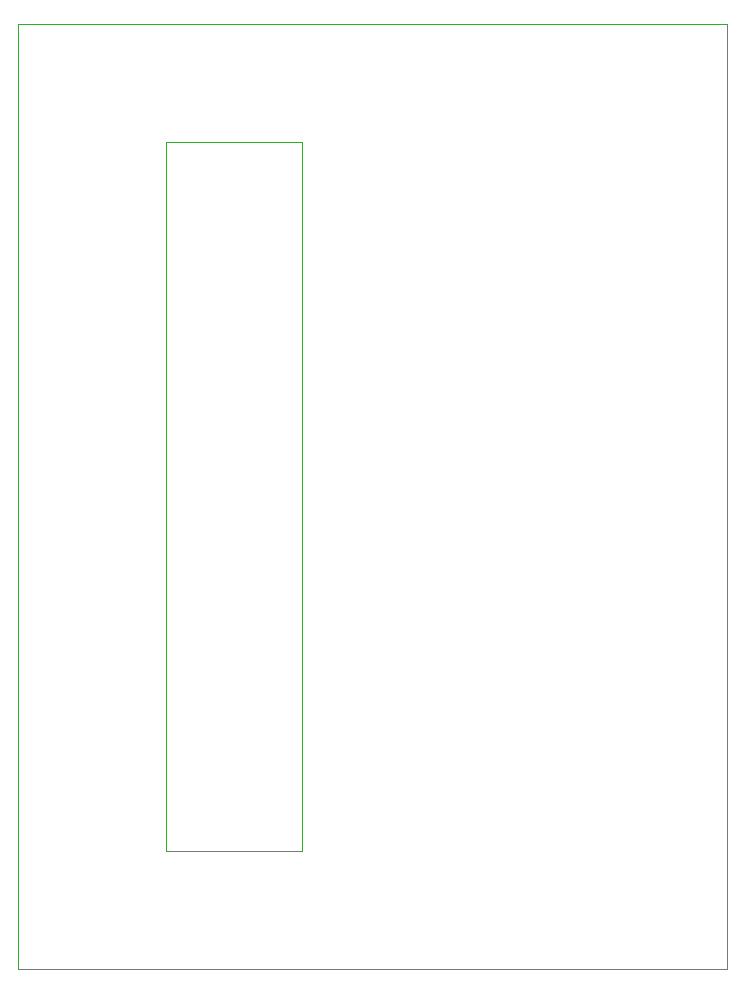
<source format=gbr>
%TF.GenerationSoftware,KiCad,Pcbnew,8.0.8*%
%TF.CreationDate,2025-04-07T16:00:04+02:00*%
%TF.ProjectId,tv25-tbar,74763235-2d74-4626-9172-2e6b69636164,rev?*%
%TF.SameCoordinates,Original*%
%TF.FileFunction,Profile,NP*%
%FSLAX46Y46*%
G04 Gerber Fmt 4.6, Leading zero omitted, Abs format (unit mm)*
G04 Created by KiCad (PCBNEW 8.0.8) date 2025-04-07 16:00:04*
%MOMM*%
%LPD*%
G01*
G04 APERTURE LIST*
%TA.AperFunction,Profile*%
%ADD10C,0.050000*%
%TD*%
G04 APERTURE END LIST*
D10*
X112500000Y-105000000D02*
X124050000Y-105000000D01*
X124050000Y-165000000D01*
X112500000Y-165000000D01*
X112500000Y-105000000D01*
X100000000Y-95000000D02*
X160000000Y-95000000D01*
X160000000Y-175000000D01*
X100000000Y-175000000D01*
X100000000Y-95000000D01*
M02*

</source>
